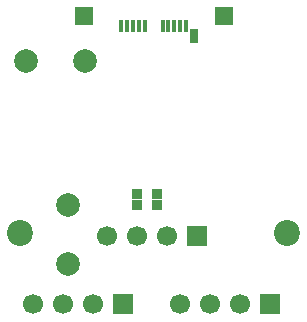
<source format=gbr>
%TF.GenerationSoftware,KiCad,Pcbnew,9.0.4*%
%TF.CreationDate,2025-10-27T13:57:54-04:00*%
%TF.ProjectId,USBC_I2C,55534243-5f49-4324-932e-6b696361645f,rev?*%
%TF.SameCoordinates,Original*%
%TF.FileFunction,Soldermask,Bot*%
%TF.FilePolarity,Negative*%
%FSLAX46Y46*%
G04 Gerber Fmt 4.6, Leading zero omitted, Abs format (unit mm)*
G04 Created by KiCad (PCBNEW 9.0.4) date 2025-10-27 13:57:54*
%MOMM*%
%LPD*%
G01*
G04 APERTURE LIST*
%ADD10R,0.700000X1.150000*%
%ADD11R,0.380000X1.000000*%
%ADD12R,1.700000X1.700000*%
%ADD13C,1.700000*%
%ADD14C,2.200000*%
%ADD15C,2.000000*%
%ADD16R,0.850000X0.850000*%
%ADD17R,1.500000X1.500000*%
G04 APERTURE END LIST*
D10*
%TO.C,USB1*%
X100230000Y-60022000D03*
D11*
X94060000Y-59182000D03*
X94560000Y-59182000D03*
X95060000Y-59182000D03*
X95560000Y-59182000D03*
X96060000Y-59182000D03*
X97560000Y-59182000D03*
X98060000Y-59182000D03*
X98560000Y-59182000D03*
X99060000Y-59182000D03*
X99560000Y-59182000D03*
%TD*%
D12*
%TO.C,REF\u002A\u002A*%
X94234000Y-82727800D03*
D13*
X91694000Y-82727800D03*
X89154000Y-82727800D03*
X86614000Y-82727800D03*
%TD*%
D12*
%TO.C,REF\u002A\u002A*%
X100457000Y-76962000D03*
D13*
X97917000Y-76962000D03*
X95377000Y-76962000D03*
X92837000Y-76962000D03*
%TD*%
D14*
%TO.C,H1*%
X85520000Y-76660000D03*
%TD*%
%TO.C,H2*%
X108120000Y-76660000D03*
%TD*%
D12*
%TO.C,REF\u002A\u002A*%
X106680000Y-82737000D03*
D13*
X104140000Y-82737000D03*
X101600000Y-82737000D03*
X99060000Y-82737000D03*
%TD*%
D15*
%TO.C,C2*%
X89535000Y-79320400D03*
X89535000Y-74320400D03*
%TD*%
%TO.C,C1*%
X91004400Y-62103000D03*
X86004400Y-62103000D03*
%TD*%
D16*
%TO.C,2x Pads*%
X97129600Y-73370400D03*
X97129600Y-74320400D03*
%TD*%
D17*
%TO.C,*%
X102768400Y-58369200D03*
%TD*%
D16*
%TO.C,2x Pads*%
X95377000Y-73370400D03*
X95377000Y-74320400D03*
%TD*%
D17*
%TO.C,*%
X90932000Y-58369200D03*
%TD*%
M02*

</source>
